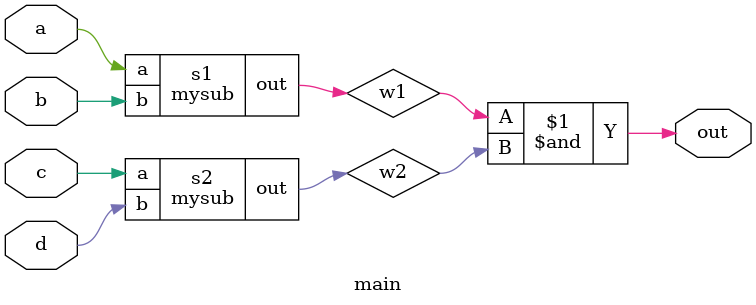
<source format=v>

module mysub(output out, input a, b); 
    and(out, a, b);
endmodule

// MAIN module
module main(output out, input a, b, c, d);
    wire w1, w2;
    mysub s1(w1, a, b); 
    mysub s2(w2, c, d); 
    and(out, w1, w2);
endmodule
</source>
